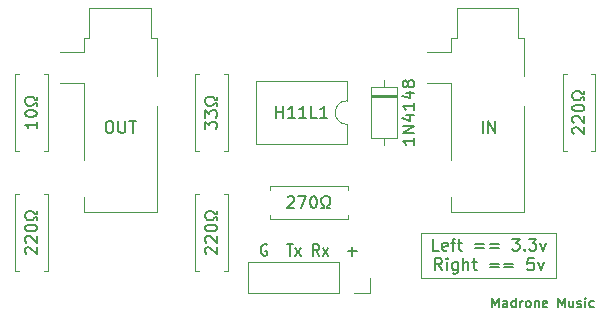
<source format=gbr>
%TF.GenerationSoftware,KiCad,Pcbnew,(5.1.9)-1*%
%TF.CreationDate,2022-02-01T09:31:05-08:00*%
%TF.ProjectId,midi_in_out_dev,6d696469-5f69-46e5-9f6f-75745f646576,1.0*%
%TF.SameCoordinates,Original*%
%TF.FileFunction,Legend,Top*%
%TF.FilePolarity,Positive*%
%FSLAX46Y46*%
G04 Gerber Fmt 4.6, Leading zero omitted, Abs format (unit mm)*
G04 Created by KiCad (PCBNEW (5.1.9)-1) date 2022-02-01 09:31:05*
%MOMM*%
%LPD*%
G01*
G04 APERTURE LIST*
%ADD10C,0.150000*%
%ADD11C,0.120000*%
%ADD12C,0.200000*%
G04 APERTURE END LIST*
D10*
X56767857Y-39759000D02*
X56682142Y-39711380D01*
X56553571Y-39711380D01*
X56425000Y-39759000D01*
X56339285Y-39854238D01*
X56296428Y-39949476D01*
X56253571Y-40139952D01*
X56253571Y-40282809D01*
X56296428Y-40473285D01*
X56339285Y-40568523D01*
X56425000Y-40663761D01*
X56553571Y-40711380D01*
X56639285Y-40711380D01*
X56767857Y-40663761D01*
X56810714Y-40616142D01*
X56810714Y-40282809D01*
X56639285Y-40282809D01*
X58439285Y-39711380D02*
X58953571Y-39711380D01*
X58696428Y-40711380D02*
X58696428Y-39711380D01*
X59167857Y-40711380D02*
X59639285Y-40044714D01*
X59167857Y-40044714D02*
X59639285Y-40711380D01*
X61182142Y-40711380D02*
X60882142Y-40235190D01*
X60667857Y-40711380D02*
X60667857Y-39711380D01*
X61010714Y-39711380D01*
X61096428Y-39759000D01*
X61139285Y-39806619D01*
X61182142Y-39901857D01*
X61182142Y-40044714D01*
X61139285Y-40139952D01*
X61096428Y-40187571D01*
X61010714Y-40235190D01*
X60667857Y-40235190D01*
X61482142Y-40711380D02*
X61953571Y-40044714D01*
X61482142Y-40044714D02*
X61953571Y-40711380D01*
X63667857Y-40330428D02*
X64353571Y-40330428D01*
X64010714Y-40711380D02*
X64010714Y-39949476D01*
D11*
X81280000Y-38735000D02*
X69850000Y-38735000D01*
X81280000Y-42545000D02*
X81280000Y-38735000D01*
X69850000Y-42545000D02*
X81280000Y-42545000D01*
X69850000Y-38735000D02*
X69850000Y-42545000D01*
D12*
X75851285Y-45065904D02*
X75851285Y-44265904D01*
X76117952Y-44837333D01*
X76384619Y-44265904D01*
X76384619Y-45065904D01*
X77108428Y-45065904D02*
X77108428Y-44646857D01*
X77070333Y-44570666D01*
X76994142Y-44532571D01*
X76841761Y-44532571D01*
X76765571Y-44570666D01*
X77108428Y-45027809D02*
X77032238Y-45065904D01*
X76841761Y-45065904D01*
X76765571Y-45027809D01*
X76727476Y-44951619D01*
X76727476Y-44875428D01*
X76765571Y-44799238D01*
X76841761Y-44761142D01*
X77032238Y-44761142D01*
X77108428Y-44723047D01*
X77832238Y-45065904D02*
X77832238Y-44265904D01*
X77832238Y-45027809D02*
X77756047Y-45065904D01*
X77603666Y-45065904D01*
X77527476Y-45027809D01*
X77489380Y-44989714D01*
X77451285Y-44913523D01*
X77451285Y-44684952D01*
X77489380Y-44608761D01*
X77527476Y-44570666D01*
X77603666Y-44532571D01*
X77756047Y-44532571D01*
X77832238Y-44570666D01*
X78213190Y-45065904D02*
X78213190Y-44532571D01*
X78213190Y-44684952D02*
X78251285Y-44608761D01*
X78289380Y-44570666D01*
X78365571Y-44532571D01*
X78441761Y-44532571D01*
X78822714Y-45065904D02*
X78746523Y-45027809D01*
X78708428Y-44989714D01*
X78670333Y-44913523D01*
X78670333Y-44684952D01*
X78708428Y-44608761D01*
X78746523Y-44570666D01*
X78822714Y-44532571D01*
X78937000Y-44532571D01*
X79013190Y-44570666D01*
X79051285Y-44608761D01*
X79089380Y-44684952D01*
X79089380Y-44913523D01*
X79051285Y-44989714D01*
X79013190Y-45027809D01*
X78937000Y-45065904D01*
X78822714Y-45065904D01*
X79432238Y-44532571D02*
X79432238Y-45065904D01*
X79432238Y-44608761D02*
X79470333Y-44570666D01*
X79546523Y-44532571D01*
X79660809Y-44532571D01*
X79737000Y-44570666D01*
X79775095Y-44646857D01*
X79775095Y-45065904D01*
X80460809Y-45027809D02*
X80384619Y-45065904D01*
X80232238Y-45065904D01*
X80156047Y-45027809D01*
X80117952Y-44951619D01*
X80117952Y-44646857D01*
X80156047Y-44570666D01*
X80232238Y-44532571D01*
X80384619Y-44532571D01*
X80460809Y-44570666D01*
X80498904Y-44646857D01*
X80498904Y-44723047D01*
X80117952Y-44799238D01*
X81451285Y-45065904D02*
X81451285Y-44265904D01*
X81717952Y-44837333D01*
X81984619Y-44265904D01*
X81984619Y-45065904D01*
X82708428Y-44532571D02*
X82708428Y-45065904D01*
X82365571Y-44532571D02*
X82365571Y-44951619D01*
X82403666Y-45027809D01*
X82479857Y-45065904D01*
X82594142Y-45065904D01*
X82670333Y-45027809D01*
X82708428Y-44989714D01*
X83051285Y-45027809D02*
X83127476Y-45065904D01*
X83279857Y-45065904D01*
X83356047Y-45027809D01*
X83394142Y-44951619D01*
X83394142Y-44913523D01*
X83356047Y-44837333D01*
X83279857Y-44799238D01*
X83165571Y-44799238D01*
X83089380Y-44761142D01*
X83051285Y-44684952D01*
X83051285Y-44646857D01*
X83089380Y-44570666D01*
X83165571Y-44532571D01*
X83279857Y-44532571D01*
X83356047Y-44570666D01*
X83737000Y-45065904D02*
X83737000Y-44532571D01*
X83737000Y-44265904D02*
X83698904Y-44304000D01*
X83737000Y-44342095D01*
X83775095Y-44304000D01*
X83737000Y-44265904D01*
X83737000Y-44342095D01*
X84460809Y-45027809D02*
X84384619Y-45065904D01*
X84232238Y-45065904D01*
X84156047Y-45027809D01*
X84117952Y-44989714D01*
X84079857Y-44913523D01*
X84079857Y-44684952D01*
X84117952Y-44608761D01*
X84156047Y-44570666D01*
X84232238Y-44532571D01*
X84384619Y-44532571D01*
X84460809Y-44570666D01*
D10*
X71303095Y-40267380D02*
X70826904Y-40267380D01*
X70826904Y-39267380D01*
X72017380Y-40219761D02*
X71922142Y-40267380D01*
X71731666Y-40267380D01*
X71636428Y-40219761D01*
X71588809Y-40124523D01*
X71588809Y-39743571D01*
X71636428Y-39648333D01*
X71731666Y-39600714D01*
X71922142Y-39600714D01*
X72017380Y-39648333D01*
X72065000Y-39743571D01*
X72065000Y-39838809D01*
X71588809Y-39934047D01*
X72350714Y-39600714D02*
X72731666Y-39600714D01*
X72493571Y-40267380D02*
X72493571Y-39410238D01*
X72541190Y-39315000D01*
X72636428Y-39267380D01*
X72731666Y-39267380D01*
X72922142Y-39600714D02*
X73303095Y-39600714D01*
X73065000Y-39267380D02*
X73065000Y-40124523D01*
X73112619Y-40219761D01*
X73207857Y-40267380D01*
X73303095Y-40267380D01*
X74398333Y-39743571D02*
X75160238Y-39743571D01*
X75160238Y-40029285D02*
X74398333Y-40029285D01*
X75636428Y-39743571D02*
X76398333Y-39743571D01*
X76398333Y-40029285D02*
X75636428Y-40029285D01*
X77541190Y-39267380D02*
X78160238Y-39267380D01*
X77826904Y-39648333D01*
X77969761Y-39648333D01*
X78065000Y-39695952D01*
X78112619Y-39743571D01*
X78160238Y-39838809D01*
X78160238Y-40076904D01*
X78112619Y-40172142D01*
X78065000Y-40219761D01*
X77969761Y-40267380D01*
X77684047Y-40267380D01*
X77588809Y-40219761D01*
X77541190Y-40172142D01*
X78588809Y-40172142D02*
X78636428Y-40219761D01*
X78588809Y-40267380D01*
X78541190Y-40219761D01*
X78588809Y-40172142D01*
X78588809Y-40267380D01*
X78969761Y-39267380D02*
X79588809Y-39267380D01*
X79255476Y-39648333D01*
X79398333Y-39648333D01*
X79493571Y-39695952D01*
X79541190Y-39743571D01*
X79588809Y-39838809D01*
X79588809Y-40076904D01*
X79541190Y-40172142D01*
X79493571Y-40219761D01*
X79398333Y-40267380D01*
X79112619Y-40267380D01*
X79017380Y-40219761D01*
X78969761Y-40172142D01*
X79922142Y-39600714D02*
X80160238Y-40267380D01*
X80398333Y-39600714D01*
X71588809Y-41917380D02*
X71255476Y-41441190D01*
X71017380Y-41917380D02*
X71017380Y-40917380D01*
X71398333Y-40917380D01*
X71493571Y-40965000D01*
X71541190Y-41012619D01*
X71588809Y-41107857D01*
X71588809Y-41250714D01*
X71541190Y-41345952D01*
X71493571Y-41393571D01*
X71398333Y-41441190D01*
X71017380Y-41441190D01*
X72017380Y-41917380D02*
X72017380Y-41250714D01*
X72017380Y-40917380D02*
X71969761Y-40965000D01*
X72017380Y-41012619D01*
X72065000Y-40965000D01*
X72017380Y-40917380D01*
X72017380Y-41012619D01*
X72922142Y-41250714D02*
X72922142Y-42060238D01*
X72874523Y-42155476D01*
X72826904Y-42203095D01*
X72731666Y-42250714D01*
X72588809Y-42250714D01*
X72493571Y-42203095D01*
X72922142Y-41869761D02*
X72826904Y-41917380D01*
X72636428Y-41917380D01*
X72541190Y-41869761D01*
X72493571Y-41822142D01*
X72445952Y-41726904D01*
X72445952Y-41441190D01*
X72493571Y-41345952D01*
X72541190Y-41298333D01*
X72636428Y-41250714D01*
X72826904Y-41250714D01*
X72922142Y-41298333D01*
X73398333Y-41917380D02*
X73398333Y-40917380D01*
X73826904Y-41917380D02*
X73826904Y-41393571D01*
X73779285Y-41298333D01*
X73684047Y-41250714D01*
X73541190Y-41250714D01*
X73445952Y-41298333D01*
X73398333Y-41345952D01*
X74160238Y-41250714D02*
X74541190Y-41250714D01*
X74303095Y-40917380D02*
X74303095Y-41774523D01*
X74350714Y-41869761D01*
X74445952Y-41917380D01*
X74541190Y-41917380D01*
X75636428Y-41393571D02*
X76398333Y-41393571D01*
X76398333Y-41679285D02*
X75636428Y-41679285D01*
X76874523Y-41393571D02*
X77636428Y-41393571D01*
X77636428Y-41679285D02*
X76874523Y-41679285D01*
X79350714Y-40917380D02*
X78874523Y-40917380D01*
X78826904Y-41393571D01*
X78874523Y-41345952D01*
X78969761Y-41298333D01*
X79207857Y-41298333D01*
X79303095Y-41345952D01*
X79350714Y-41393571D01*
X79398333Y-41488809D01*
X79398333Y-41726904D01*
X79350714Y-41822142D01*
X79303095Y-41869761D01*
X79207857Y-41917380D01*
X78969761Y-41917380D01*
X78874523Y-41869761D01*
X78826904Y-41822142D01*
X79731666Y-41250714D02*
X79969761Y-41917380D01*
X80207857Y-41250714D01*
D11*
%TO.C,1N4148*%
X67795000Y-27055000D02*
X65555000Y-27055000D01*
X67795000Y-27295000D02*
X65555000Y-27295000D01*
X67795000Y-27175000D02*
X65555000Y-27175000D01*
X66675000Y-31345000D02*
X66675000Y-30695000D01*
X66675000Y-25805000D02*
X66675000Y-26455000D01*
X67795000Y-30695000D02*
X67795000Y-26455000D01*
X65555000Y-30695000D02*
X67795000Y-30695000D01*
X65555000Y-26455000D02*
X65555000Y-30695000D01*
X67795000Y-26455000D02*
X65555000Y-26455000D01*
%TO.C,J1*%
X41240000Y-23465000D02*
X41240000Y-22265000D01*
X41240000Y-22265000D02*
X41740000Y-22265000D01*
X41740000Y-22265000D02*
X41740000Y-19765000D01*
X41740000Y-19765000D02*
X46940000Y-19765000D01*
X46940000Y-19765000D02*
X46940000Y-22265000D01*
X46940000Y-22265000D02*
X47440000Y-22265000D01*
X47440000Y-22265000D02*
X47440000Y-25465000D01*
X47440000Y-28065000D02*
X47440000Y-36965000D01*
X47440000Y-36965000D02*
X41240000Y-36965000D01*
X41240000Y-36965000D02*
X41240000Y-35765000D01*
X41240000Y-32565000D02*
X41240000Y-26065000D01*
X41240000Y-23465000D02*
X39240000Y-23465000D01*
X41240000Y-26065000D02*
X39240000Y-26065000D01*
%TO.C,J2*%
X72355000Y-26065000D02*
X70355000Y-26065000D01*
X72355000Y-23465000D02*
X70355000Y-23465000D01*
X72355000Y-32565000D02*
X72355000Y-26065000D01*
X72355000Y-36965000D02*
X72355000Y-35765000D01*
X78555000Y-36965000D02*
X72355000Y-36965000D01*
X78555000Y-28065000D02*
X78555000Y-36965000D01*
X78555000Y-22265000D02*
X78555000Y-25465000D01*
X78055000Y-22265000D02*
X78555000Y-22265000D01*
X78055000Y-19765000D02*
X78055000Y-22265000D01*
X72855000Y-19765000D02*
X78055000Y-19765000D01*
X72855000Y-22265000D02*
X72855000Y-19765000D01*
X72355000Y-22265000D02*
X72855000Y-22265000D01*
X72355000Y-23465000D02*
X72355000Y-22265000D01*
%TO.C,G  TX  RX  +*%
X65465000Y-42545000D02*
X65465000Y-43875000D01*
X65465000Y-43875000D02*
X64135000Y-43875000D01*
X62865000Y-43875000D02*
X55185000Y-43875000D01*
X55185000Y-41215000D02*
X55185000Y-43875000D01*
X62865000Y-41215000D02*
X55185000Y-41215000D01*
X62865000Y-41215000D02*
X62865000Y-43875000D01*
%TO.C,10\u03A9*%
X35460000Y-31845000D02*
X35790000Y-31845000D01*
X35460000Y-25305000D02*
X35460000Y-31845000D01*
X35790000Y-25305000D02*
X35460000Y-25305000D01*
X38200000Y-31845000D02*
X37870000Y-31845000D01*
X38200000Y-25305000D02*
X38200000Y-31845000D01*
X37870000Y-25305000D02*
X38200000Y-25305000D01*
%TO.C,220\u03A9*%
X37870000Y-35465000D02*
X38200000Y-35465000D01*
X38200000Y-35465000D02*
X38200000Y-42005000D01*
X38200000Y-42005000D02*
X37870000Y-42005000D01*
X35790000Y-35465000D02*
X35460000Y-35465000D01*
X35460000Y-35465000D02*
X35460000Y-42005000D01*
X35460000Y-42005000D02*
X35790000Y-42005000D01*
%TO.C,33\u03A9*%
X50700000Y-31845000D02*
X51030000Y-31845000D01*
X50700000Y-25305000D02*
X50700000Y-31845000D01*
X51030000Y-25305000D02*
X50700000Y-25305000D01*
X53440000Y-31845000D02*
X53110000Y-31845000D01*
X53440000Y-25305000D02*
X53440000Y-31845000D01*
X53110000Y-25305000D02*
X53440000Y-25305000D01*
%TO.C,220\u03A9*%
X53110000Y-35465000D02*
X53440000Y-35465000D01*
X53440000Y-35465000D02*
X53440000Y-42005000D01*
X53440000Y-42005000D02*
X53110000Y-42005000D01*
X51030000Y-35465000D02*
X50700000Y-35465000D01*
X50700000Y-35465000D02*
X50700000Y-42005000D01*
X50700000Y-42005000D02*
X51030000Y-42005000D01*
X81815000Y-31845000D02*
X82145000Y-31845000D01*
X81815000Y-25305000D02*
X81815000Y-31845000D01*
X82145000Y-25305000D02*
X81815000Y-25305000D01*
X84555000Y-31845000D02*
X84225000Y-31845000D01*
X84555000Y-25305000D02*
X84555000Y-31845000D01*
X84225000Y-25305000D02*
X84555000Y-25305000D01*
%TO.C,270\u03A9*%
X57055000Y-35155000D02*
X57055000Y-34825000D01*
X57055000Y-34825000D02*
X63595000Y-34825000D01*
X63595000Y-34825000D02*
X63595000Y-35155000D01*
X57055000Y-37235000D02*
X57055000Y-37565000D01*
X57055000Y-37565000D02*
X63595000Y-37565000D01*
X63595000Y-37565000D02*
X63595000Y-37235000D01*
%TO.C,H11L1*%
X63560000Y-31225000D02*
X63560000Y-29575000D01*
X55820000Y-31225000D02*
X63560000Y-31225000D01*
X55820000Y-25925000D02*
X55820000Y-31225000D01*
X63560000Y-25925000D02*
X55820000Y-25925000D01*
X63560000Y-27575000D02*
X63560000Y-25925000D01*
X63560000Y-29575000D02*
G75*
G02*
X63560000Y-27575000I0J1000000D01*
G01*
%TO.C,1N4148*%
D10*
X69247380Y-30717857D02*
X69247380Y-31289285D01*
X69247380Y-31003571D02*
X68247380Y-31003571D01*
X68390238Y-31098809D01*
X68485476Y-31194047D01*
X68533095Y-31289285D01*
X69247380Y-30289285D02*
X68247380Y-30289285D01*
X69247380Y-29717857D01*
X68247380Y-29717857D01*
X68580714Y-28813095D02*
X69247380Y-28813095D01*
X68199761Y-29051190D02*
X68914047Y-29289285D01*
X68914047Y-28670238D01*
X69247380Y-27765476D02*
X69247380Y-28336904D01*
X69247380Y-28051190D02*
X68247380Y-28051190D01*
X68390238Y-28146428D01*
X68485476Y-28241666D01*
X68533095Y-28336904D01*
X68580714Y-26908333D02*
X69247380Y-26908333D01*
X68199761Y-27146428D02*
X68914047Y-27384523D01*
X68914047Y-26765476D01*
X68675952Y-26241666D02*
X68628333Y-26336904D01*
X68580714Y-26384523D01*
X68485476Y-26432142D01*
X68437857Y-26432142D01*
X68342619Y-26384523D01*
X68295000Y-26336904D01*
X68247380Y-26241666D01*
X68247380Y-26051190D01*
X68295000Y-25955952D01*
X68342619Y-25908333D01*
X68437857Y-25860714D01*
X68485476Y-25860714D01*
X68580714Y-25908333D01*
X68628333Y-25955952D01*
X68675952Y-26051190D01*
X68675952Y-26241666D01*
X68723571Y-26336904D01*
X68771190Y-26384523D01*
X68866428Y-26432142D01*
X69056904Y-26432142D01*
X69152142Y-26384523D01*
X69199761Y-26336904D01*
X69247380Y-26241666D01*
X69247380Y-26051190D01*
X69199761Y-25955952D01*
X69152142Y-25908333D01*
X69056904Y-25860714D01*
X68866428Y-25860714D01*
X68771190Y-25908333D01*
X68723571Y-25955952D01*
X68675952Y-26051190D01*
%TO.C,J1*%
X43340000Y-29297380D02*
X43530476Y-29297380D01*
X43625714Y-29345000D01*
X43720952Y-29440238D01*
X43768571Y-29630714D01*
X43768571Y-29964047D01*
X43720952Y-30154523D01*
X43625714Y-30249761D01*
X43530476Y-30297380D01*
X43340000Y-30297380D01*
X43244761Y-30249761D01*
X43149523Y-30154523D01*
X43101904Y-29964047D01*
X43101904Y-29630714D01*
X43149523Y-29440238D01*
X43244761Y-29345000D01*
X43340000Y-29297380D01*
X44197142Y-29297380D02*
X44197142Y-30106904D01*
X44244761Y-30202142D01*
X44292380Y-30249761D01*
X44387619Y-30297380D01*
X44578095Y-30297380D01*
X44673333Y-30249761D01*
X44720952Y-30202142D01*
X44768571Y-30106904D01*
X44768571Y-29297380D01*
X45101904Y-29297380D02*
X45673333Y-29297380D01*
X45387619Y-30297380D02*
X45387619Y-29297380D01*
%TO.C,J2*%
X75041190Y-30297380D02*
X75041190Y-29297380D01*
X75517380Y-30297380D02*
X75517380Y-29297380D01*
X76088809Y-30297380D01*
X76088809Y-29297380D01*
%TO.C,10\u03A9*%
X37282380Y-29336904D02*
X37282380Y-29908333D01*
X37282380Y-29622619D02*
X36282380Y-29622619D01*
X36425238Y-29717857D01*
X36520476Y-29813095D01*
X36568095Y-29908333D01*
X36282380Y-28717857D02*
X36282380Y-28622619D01*
X36330000Y-28527380D01*
X36377619Y-28479761D01*
X36472857Y-28432142D01*
X36663333Y-28384523D01*
X36901428Y-28384523D01*
X37091904Y-28432142D01*
X37187142Y-28479761D01*
X37234761Y-28527380D01*
X37282380Y-28622619D01*
X37282380Y-28717857D01*
X37234761Y-28813095D01*
X37187142Y-28860714D01*
X37091904Y-28908333D01*
X36901428Y-28955952D01*
X36663333Y-28955952D01*
X36472857Y-28908333D01*
X36377619Y-28860714D01*
X36330000Y-28813095D01*
X36282380Y-28717857D01*
X37282380Y-28003571D02*
X37282380Y-27765476D01*
X37091904Y-27765476D01*
X37044285Y-27860714D01*
X36949047Y-27955952D01*
X36806190Y-28003571D01*
X36568095Y-28003571D01*
X36425238Y-27955952D01*
X36330000Y-27860714D01*
X36282380Y-27717857D01*
X36282380Y-27527380D01*
X36330000Y-27384523D01*
X36425238Y-27289285D01*
X36568095Y-27241666D01*
X36806190Y-27241666D01*
X36949047Y-27289285D01*
X37044285Y-27384523D01*
X37091904Y-27479761D01*
X37282380Y-27479761D01*
X37282380Y-27241666D01*
%TO.C,220\u03A9*%
X36377619Y-40544523D02*
X36330000Y-40496904D01*
X36282380Y-40401666D01*
X36282380Y-40163571D01*
X36330000Y-40068333D01*
X36377619Y-40020714D01*
X36472857Y-39973095D01*
X36568095Y-39973095D01*
X36710952Y-40020714D01*
X37282380Y-40592142D01*
X37282380Y-39973095D01*
X36377619Y-39592142D02*
X36330000Y-39544523D01*
X36282380Y-39449285D01*
X36282380Y-39211190D01*
X36330000Y-39115952D01*
X36377619Y-39068333D01*
X36472857Y-39020714D01*
X36568095Y-39020714D01*
X36710952Y-39068333D01*
X37282380Y-39639761D01*
X37282380Y-39020714D01*
X36282380Y-38401666D02*
X36282380Y-38306428D01*
X36330000Y-38211190D01*
X36377619Y-38163571D01*
X36472857Y-38115952D01*
X36663333Y-38068333D01*
X36901428Y-38068333D01*
X37091904Y-38115952D01*
X37187142Y-38163571D01*
X37234761Y-38211190D01*
X37282380Y-38306428D01*
X37282380Y-38401666D01*
X37234761Y-38496904D01*
X37187142Y-38544523D01*
X37091904Y-38592142D01*
X36901428Y-38639761D01*
X36663333Y-38639761D01*
X36472857Y-38592142D01*
X36377619Y-38544523D01*
X36330000Y-38496904D01*
X36282380Y-38401666D01*
X37282380Y-37687380D02*
X37282380Y-37449285D01*
X37091904Y-37449285D01*
X37044285Y-37544523D01*
X36949047Y-37639761D01*
X36806190Y-37687380D01*
X36568095Y-37687380D01*
X36425238Y-37639761D01*
X36330000Y-37544523D01*
X36282380Y-37401666D01*
X36282380Y-37211190D01*
X36330000Y-37068333D01*
X36425238Y-36973095D01*
X36568095Y-36925476D01*
X36806190Y-36925476D01*
X36949047Y-36973095D01*
X37044285Y-37068333D01*
X37091904Y-37163571D01*
X37282380Y-37163571D01*
X37282380Y-36925476D01*
%TO.C,33\u03A9*%
X51522380Y-29955952D02*
X51522380Y-29336904D01*
X51903333Y-29670238D01*
X51903333Y-29527380D01*
X51950952Y-29432142D01*
X51998571Y-29384523D01*
X52093809Y-29336904D01*
X52331904Y-29336904D01*
X52427142Y-29384523D01*
X52474761Y-29432142D01*
X52522380Y-29527380D01*
X52522380Y-29813095D01*
X52474761Y-29908333D01*
X52427142Y-29955952D01*
X51522380Y-29003571D02*
X51522380Y-28384523D01*
X51903333Y-28717857D01*
X51903333Y-28575000D01*
X51950952Y-28479761D01*
X51998571Y-28432142D01*
X52093809Y-28384523D01*
X52331904Y-28384523D01*
X52427142Y-28432142D01*
X52474761Y-28479761D01*
X52522380Y-28575000D01*
X52522380Y-28860714D01*
X52474761Y-28955952D01*
X52427142Y-29003571D01*
X52522380Y-28003571D02*
X52522380Y-27765476D01*
X52331904Y-27765476D01*
X52284285Y-27860714D01*
X52189047Y-27955952D01*
X52046190Y-28003571D01*
X51808095Y-28003571D01*
X51665238Y-27955952D01*
X51570000Y-27860714D01*
X51522380Y-27717857D01*
X51522380Y-27527380D01*
X51570000Y-27384523D01*
X51665238Y-27289285D01*
X51808095Y-27241666D01*
X52046190Y-27241666D01*
X52189047Y-27289285D01*
X52284285Y-27384523D01*
X52331904Y-27479761D01*
X52522380Y-27479761D01*
X52522380Y-27241666D01*
%TO.C,220\u03A9*%
X51617619Y-40544523D02*
X51570000Y-40496904D01*
X51522380Y-40401666D01*
X51522380Y-40163571D01*
X51570000Y-40068333D01*
X51617619Y-40020714D01*
X51712857Y-39973095D01*
X51808095Y-39973095D01*
X51950952Y-40020714D01*
X52522380Y-40592142D01*
X52522380Y-39973095D01*
X51617619Y-39592142D02*
X51570000Y-39544523D01*
X51522380Y-39449285D01*
X51522380Y-39211190D01*
X51570000Y-39115952D01*
X51617619Y-39068333D01*
X51712857Y-39020714D01*
X51808095Y-39020714D01*
X51950952Y-39068333D01*
X52522380Y-39639761D01*
X52522380Y-39020714D01*
X51522380Y-38401666D02*
X51522380Y-38306428D01*
X51570000Y-38211190D01*
X51617619Y-38163571D01*
X51712857Y-38115952D01*
X51903333Y-38068333D01*
X52141428Y-38068333D01*
X52331904Y-38115952D01*
X52427142Y-38163571D01*
X52474761Y-38211190D01*
X52522380Y-38306428D01*
X52522380Y-38401666D01*
X52474761Y-38496904D01*
X52427142Y-38544523D01*
X52331904Y-38592142D01*
X52141428Y-38639761D01*
X51903333Y-38639761D01*
X51712857Y-38592142D01*
X51617619Y-38544523D01*
X51570000Y-38496904D01*
X51522380Y-38401666D01*
X52522380Y-37687380D02*
X52522380Y-37449285D01*
X52331904Y-37449285D01*
X52284285Y-37544523D01*
X52189047Y-37639761D01*
X52046190Y-37687380D01*
X51808095Y-37687380D01*
X51665238Y-37639761D01*
X51570000Y-37544523D01*
X51522380Y-37401666D01*
X51522380Y-37211190D01*
X51570000Y-37068333D01*
X51665238Y-36973095D01*
X51808095Y-36925476D01*
X52046190Y-36925476D01*
X52189047Y-36973095D01*
X52284285Y-37068333D01*
X52331904Y-37163571D01*
X52522380Y-37163571D01*
X52522380Y-36925476D01*
X82732619Y-30384523D02*
X82685000Y-30336904D01*
X82637380Y-30241666D01*
X82637380Y-30003571D01*
X82685000Y-29908333D01*
X82732619Y-29860714D01*
X82827857Y-29813095D01*
X82923095Y-29813095D01*
X83065952Y-29860714D01*
X83637380Y-30432142D01*
X83637380Y-29813095D01*
X82732619Y-29432142D02*
X82685000Y-29384523D01*
X82637380Y-29289285D01*
X82637380Y-29051190D01*
X82685000Y-28955952D01*
X82732619Y-28908333D01*
X82827857Y-28860714D01*
X82923095Y-28860714D01*
X83065952Y-28908333D01*
X83637380Y-29479761D01*
X83637380Y-28860714D01*
X82637380Y-28241666D02*
X82637380Y-28146428D01*
X82685000Y-28051190D01*
X82732619Y-28003571D01*
X82827857Y-27955952D01*
X83018333Y-27908333D01*
X83256428Y-27908333D01*
X83446904Y-27955952D01*
X83542142Y-28003571D01*
X83589761Y-28051190D01*
X83637380Y-28146428D01*
X83637380Y-28241666D01*
X83589761Y-28336904D01*
X83542142Y-28384523D01*
X83446904Y-28432142D01*
X83256428Y-28479761D01*
X83018333Y-28479761D01*
X82827857Y-28432142D01*
X82732619Y-28384523D01*
X82685000Y-28336904D01*
X82637380Y-28241666D01*
X83637380Y-27527380D02*
X83637380Y-27289285D01*
X83446904Y-27289285D01*
X83399285Y-27384523D01*
X83304047Y-27479761D01*
X83161190Y-27527380D01*
X82923095Y-27527380D01*
X82780238Y-27479761D01*
X82685000Y-27384523D01*
X82637380Y-27241666D01*
X82637380Y-27051190D01*
X82685000Y-26908333D01*
X82780238Y-26813095D01*
X82923095Y-26765476D01*
X83161190Y-26765476D01*
X83304047Y-26813095D01*
X83399285Y-26908333D01*
X83446904Y-27003571D01*
X83637380Y-27003571D01*
X83637380Y-26765476D01*
%TO.C,270\u03A9*%
X58515476Y-35742619D02*
X58563095Y-35695000D01*
X58658333Y-35647380D01*
X58896428Y-35647380D01*
X58991666Y-35695000D01*
X59039285Y-35742619D01*
X59086904Y-35837857D01*
X59086904Y-35933095D01*
X59039285Y-36075952D01*
X58467857Y-36647380D01*
X59086904Y-36647380D01*
X59420238Y-35647380D02*
X60086904Y-35647380D01*
X59658333Y-36647380D01*
X60658333Y-35647380D02*
X60753571Y-35647380D01*
X60848809Y-35695000D01*
X60896428Y-35742619D01*
X60944047Y-35837857D01*
X60991666Y-36028333D01*
X60991666Y-36266428D01*
X60944047Y-36456904D01*
X60896428Y-36552142D01*
X60848809Y-36599761D01*
X60753571Y-36647380D01*
X60658333Y-36647380D01*
X60563095Y-36599761D01*
X60515476Y-36552142D01*
X60467857Y-36456904D01*
X60420238Y-36266428D01*
X60420238Y-36028333D01*
X60467857Y-35837857D01*
X60515476Y-35742619D01*
X60563095Y-35695000D01*
X60658333Y-35647380D01*
X61372619Y-36647380D02*
X61610714Y-36647380D01*
X61610714Y-36456904D01*
X61515476Y-36409285D01*
X61420238Y-36314047D01*
X61372619Y-36171190D01*
X61372619Y-35933095D01*
X61420238Y-35790238D01*
X61515476Y-35695000D01*
X61658333Y-35647380D01*
X61848809Y-35647380D01*
X61991666Y-35695000D01*
X62086904Y-35790238D01*
X62134523Y-35933095D01*
X62134523Y-36171190D01*
X62086904Y-36314047D01*
X61991666Y-36409285D01*
X61896428Y-36456904D01*
X61896428Y-36647380D01*
X62134523Y-36647380D01*
%TO.C,H11L1*%
X57570952Y-29027380D02*
X57570952Y-28027380D01*
X57570952Y-28503571D02*
X58142380Y-28503571D01*
X58142380Y-29027380D02*
X58142380Y-28027380D01*
X59142380Y-29027380D02*
X58570952Y-29027380D01*
X58856666Y-29027380D02*
X58856666Y-28027380D01*
X58761428Y-28170238D01*
X58666190Y-28265476D01*
X58570952Y-28313095D01*
X60094761Y-29027380D02*
X59523333Y-29027380D01*
X59809047Y-29027380D02*
X59809047Y-28027380D01*
X59713809Y-28170238D01*
X59618571Y-28265476D01*
X59523333Y-28313095D01*
X60999523Y-29027380D02*
X60523333Y-29027380D01*
X60523333Y-28027380D01*
X61856666Y-29027380D02*
X61285238Y-29027380D01*
X61570952Y-29027380D02*
X61570952Y-28027380D01*
X61475714Y-28170238D01*
X61380476Y-28265476D01*
X61285238Y-28313095D01*
%TD*%
M02*

</source>
